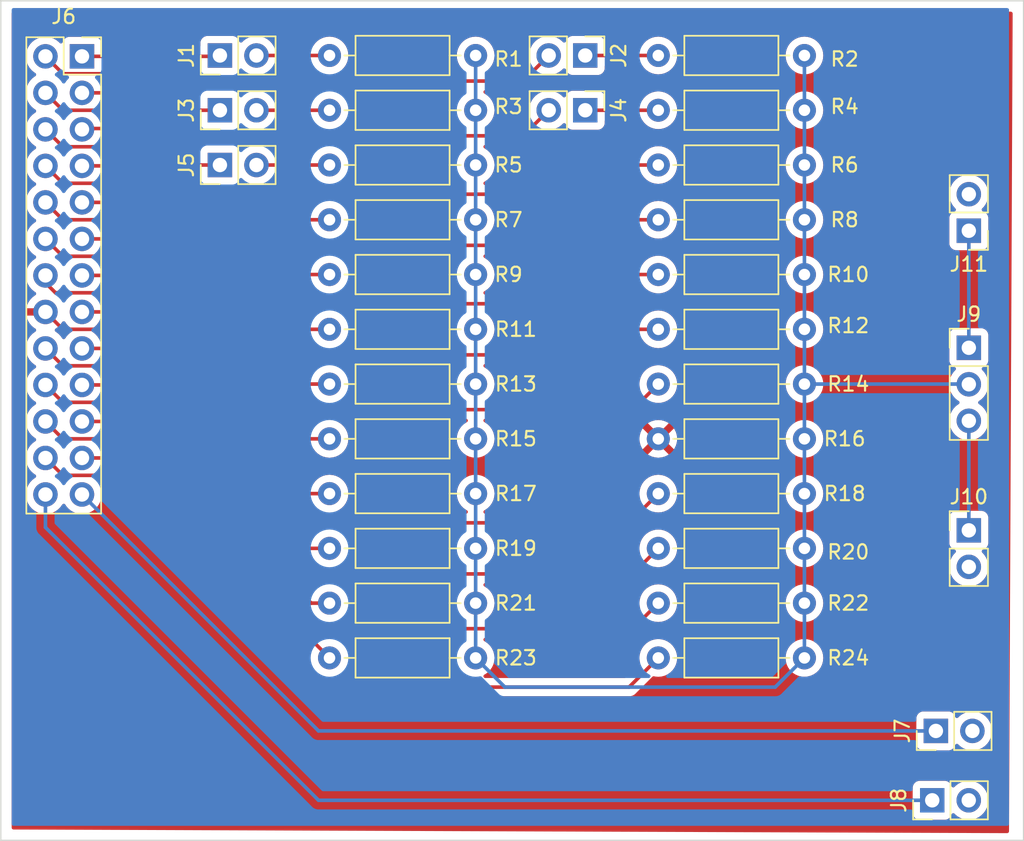
<source format=kicad_pcb>
(kicad_pcb (version 20211014) (generator pcbnew)
  (layers (0 "F.Cu" signal) (31 "B.Cu" signal) (34 "B.Paste" user) (35 "F.Paste" user) (36 "B.SilkS" user "B.Silkscreen") (37 "F.SilkS" user "F.Silkscreen") (38 "B.Mask" user) (39 "F.Mask" user) (44 "Edge.Cuts" user))
  (net 0 "")
  (net 1 "Net-(J1-Pad1)")
  (net 2 "Net-(J1-Pad2)")
  (net 3 "Net-(J2-Pad1)")
  (net 4 "Net-(J2-Pad2)")
  (net 5 "Net-(J3-Pad1)")
  (net 6 "Net-(J6-Pad6)")
  (net 7 "Net-(J6-Pad7)")
  (net 8 "Net-(J6-Pad8)")
  (net 9 "Net-(J6-Pad9)")
  (net 10 "Net-(J6-Pad10)")
  (net 11 "Net-(J6-Pad11)")
  (net 12 "Net-(J6-Pad12)")
  (net 13 "Net-(J6-Pad13)")
  (net 14 "Net-(J6-Pad14)")
  (net 15 "Net-(J6-Pad15)")
  (net 16 "Net-(J6-Pad16)")
  (net 17 "Net-(J6-Pad17)")
  (net 18 "Net-(J6-Pad18)")
  (net 19 "Net-(J6-Pad19)")
  (net 20 "Net-(J6-Pad20)")
  (net 21 "Net-(J6-Pad21)")
  (net 22 "Net-(J6-Pad22)")
  (net 23 "Net-(J6-Pad23)")
  (net 24 "Net-(J6-Pad24)")
  (net 25 "Net-(J6-Pad25)")
  (net 26 "Net-(J6-Pad26)")
  (net 29 "Net-(J3-Pad2)")
  (net 30 "Net-(J4-Pad1)")
  (net 31 "Net-(J4-Pad2)")
  (net 34 "Net-(J5-Pad1)")
  (net 35 "Net-(J5-Pad2)")
  (net 36 "Net-(J11-Pad1)")
  (net 37 "Net-(J9-Pad2)")
  (net 38 "Net-(J10-Pad1)")
  (footprint "Resistor_THT:R_Axial_DIN0207_L6.3mm_D2.5mm_P10.16mm_Horizontal" (layer "F.Cu") (at 137.16 97.79)
    (fp_text reference "R17" (at 12.954 0) (layer "F.SilkS"))
    (fp_text value "")
    (fp_line (start 9.12 0) (end 8.35 0) (layer "F.SilkS") (width 0.12))
    (fp_line (start 1.81 -1.37) (end 1.81 1.37) (layer "F.SilkS") (width 0.12))
    (fp_line (start 8.35 1.37) (end 8.35 -1.37) (layer "F.SilkS") (width 0.12))
    (fp_line (start 1.81 1.37) (end 8.35 1.37) (layer "F.SilkS") (width 0.12))
    (fp_line (start 8.35 -1.37) (end 1.81 -1.37) (layer "F.SilkS") (width 0.12))
    (fp_line (start 1.04 0) (end 1.81 0) (layer "F.SilkS") (width 0.12))
    (pad "1" thru_hole circle (at 0 0) (size 1.6 1.6) (drill 0.8) (layers *.Cu *.Mask) (net 17 "Net-(J6-Pad17)"))
    (pad "2" thru_hole oval (at 10.16 0) (size 1.6 1.6) (drill 0.8) (layers *.Cu *.Mask) (net 37 "Net-(J9-Pad2)"))
  )
  (footprint "Resistor_THT:R_Axial_DIN0207_L6.3mm_D2.5mm_P10.16mm_Horizontal" (layer "F.Cu") (at 137.16 101.6)
    (fp_text reference "R19" (at 12.954 0) (layer "F.SilkS"))
    (fp_text value "")
    (fp_line (start 1.81 -1.37) (end 1.81 1.37) (layer "F.SilkS") (width 0.12))
    (fp_line (start 8.35 1.37) (end 8.35 -1.37) (layer "F.SilkS") (width 0.12))
    (fp_line (start 1.04 0) (end 1.81 0) (layer "F.SilkS") (width 0.12))
    (fp_line (start 1.81 1.37) (end 8.35 1.37) (layer "F.SilkS") (width 0.12))
    (fp_line (start 8.35 -1.37) (end 1.81 -1.37) (layer "F.SilkS") (width 0.12))
    (fp_line (start 9.12 0) (end 8.35 0) (layer "F.SilkS") (width 0.12))
    (pad "1" thru_hole circle (at 0 0) (size 1.6 1.6) (drill 0.8) (layers *.Cu *.Mask) (net 19 "Net-(J6-Pad19)"))
    (pad "2" thru_hole oval (at 10.16 0) (size 1.6 1.6) (drill 0.8) (layers *.Cu *.Mask) (net 37 "Net-(J9-Pad2)"))
  )
  (footprint "Resistor_THT:R_Axial_DIN0207_L6.3mm_D2.5mm_P10.16mm_Horizontal" (layer "F.Cu") (at 137.16 82.55)
    (fp_text reference "R9" (at 12.446 0) (layer "F.SilkS"))
    (fp_text value "")
    (fp_line (start 8.35 -1.37) (end 1.81 -1.37) (layer "F.SilkS") (width 0.12))
    (fp_line (start 1.81 1.37) (end 8.35 1.37) (layer "F.SilkS") (width 0.12))
    (fp_line (start 9.12 0) (end 8.35 0) (layer "F.SilkS") (width 0.12))
    (fp_line (start 1.04 0) (end 1.81 0) (layer "F.SilkS") (width 0.12))
    (fp_line (start 8.35 1.37) (end 8.35 -1.37) (layer "F.SilkS") (width 0.12))
    (fp_line (start 1.81 -1.37) (end 1.81 1.37) (layer "F.SilkS") (width 0.12))
    (pad "1" thru_hole circle (at 0 0) (size 1.6 1.6) (drill 0.8) (layers *.Cu *.Mask) (net 9 "Net-(J6-Pad9)"))
    (pad "2" thru_hole oval (at 10.16 0) (size 1.6 1.6) (drill 0.8) (layers *.Cu *.Mask) (net 37 "Net-(J9-Pad2)"))
  )
  (footprint "Resistor_THT:R_Axial_DIN0207_L6.3mm_D2.5mm_P10.16mm_Horizontal" (layer "F.Cu") (at 160.02 90.17)
    (fp_text reference "R14" (at 13.208 0) (layer "F.SilkS"))
    (fp_text value "")
    (fp_line (start 1.04 0) (end 1.81 0) (layer "F.SilkS") (width 0.12))
    (fp_line (start 9.12 0) (end 8.35 0) (layer "F.SilkS") (width 0.12))
    (fp_line (start 8.35 1.37) (end 8.35 -1.37) (layer "F.SilkS") (width 0.12))
    (fp_line (start 1.81 -1.37) (end 1.81 1.37) (layer "F.SilkS") (width 0.12))
    (fp_line (start 8.35 -1.37) (end 1.81 -1.37) (layer "F.SilkS") (width 0.12))
    (fp_line (start 1.81 1.37) (end 8.35 1.37) (layer "F.SilkS") (width 0.12))
    (pad "1" thru_hole circle (at 0 0) (size 1.6 1.6) (drill 0.8) (layers *.Cu *.Mask) (net 14 "Net-(J6-Pad14)"))
    (pad "2" thru_hole oval (at 10.16 0) (size 1.6 1.6) (drill 0.8) (layers *.Cu *.Mask) (net 37 "Net-(J9-Pad2)"))
  )
  (footprint "Resistor_THT:R_Axial_DIN0207_L6.3mm_D2.5mm_P10.16mm_Horizontal" (layer "F.Cu") (at 160.02 78.74)
    (fp_text reference "R8" (at 12.954 0) (layer "F.SilkS"))
    (fp_text value "")
    (fp_line (start 8.35 -1.37) (end 1.81 -1.37) (layer "F.SilkS") (width 0.12))
    (fp_line (start 1.04 0) (end 1.81 0) (layer "F.SilkS") (width 0.12))
    (fp_line (start 1.81 1.37) (end 8.35 1.37) (layer "F.SilkS") (width 0.12))
    (fp_line (start 8.35 1.37) (end 8.35 -1.37) (layer "F.SilkS") (width 0.12))
    (fp_line (start 9.12 0) (end 8.35 0) (layer "F.SilkS") (width 0.12))
    (fp_line (start 1.81 -1.37) (end 1.81 1.37) (layer "F.SilkS") (width 0.12))
    (pad "1" thru_hole circle (at 0 0) (size 1.6 1.6) (drill 0.8) (layers *.Cu *.Mask) (net 8 "Net-(J6-Pad8)"))
    (pad "2" thru_hole oval (at 10.16 0) (size 1.6 1.6) (drill 0.8) (layers *.Cu *.Mask) (net 37 "Net-(J9-Pad2)"))
  )
  (footprint "Resistor_THT:R_Axial_DIN0207_L6.3mm_D2.5mm_P10.16mm_Horizontal" (layer "F.Cu") (at 137.16 109.22)
    (fp_text reference "R23" (at 12.954 0) (layer "F.SilkS"))
    (fp_text value "")
    (fp_line (start 9.12 0) (end 8.35 0) (layer "F.SilkS") (width 0.12))
    (fp_line (start 8.35 1.37) (end 8.35 -1.37) (layer "F.SilkS") (width 0.12))
    (fp_line (start 1.04 0) (end 1.81 0) (layer "F.SilkS") (width 0.12))
    (fp_line (start 1.81 -1.37) (end 1.81 1.37) (layer "F.SilkS") (width 0.12))
    (fp_line (start 8.35 -1.37) (end 1.81 -1.37) (layer "F.SilkS") (width 0.12))
    (fp_line (start 1.81 1.37) (end 8.35 1.37) (layer "F.SilkS") (width 0.12))
    (pad "1" thru_hole circle (at 0 0) (size 1.6 1.6) (drill 0.8) (layers *.Cu *.Mask) (net 23 "Net-(J6-Pad23)"))
    (pad "2" thru_hole oval (at 10.16 0) (size 1.6 1.6) (drill 0.8) (layers *.Cu *.Mask) (net 37 "Net-(J9-Pad2)"))
  )
  (footprint "Resistor_THT:R_Axial_DIN0207_L6.3mm_D2.5mm_P10.16mm_Horizontal" (layer "F.Cu") (at 160.02 101.6)
    (fp_text reference "R20" (at 13.208 0.254) (layer "F.SilkS"))
    (fp_text value "")
    (fp_line (start 1.81 1.37) (end 8.35 1.37) (layer "F.SilkS") (width 0.12))
    (fp_line (start 1.04 0) (end 1.81 0) (layer "F.SilkS") (width 0.12))
    (fp_line (start 8.35 -1.37) (end 1.81 -1.37) (layer "F.SilkS") (width 0.12))
    (fp_line (start 9.12 0) (end 8.35 0) (layer "F.SilkS") (width 0.12))
    (fp_line (start 8.35 1.37) (end 8.35 -1.37) (layer "F.SilkS") (width 0.12))
    (fp_line (start 1.81 -1.37) (end 1.81 1.37) (layer "F.SilkS") (width 0.12))
    (pad "1" thru_hole circle (at 0 0) (size 1.6 1.6) (drill 0.8) (layers *.Cu *.Mask) (net 20 "Net-(J6-Pad20)"))
    (pad "2" thru_hole oval (at 10.16 0) (size 1.6 1.6) (drill 0.8) (layers *.Cu *.Mask) (net 37 "Net-(J9-Pad2)"))
  )
  (footprint "Resistor_THT:R_Axial_DIN0207_L6.3mm_D2.5mm_P10.16mm_Horizontal" (layer "F.Cu") (at 160.02 67.31)
    (fp_text reference "R2" (at 12.954 0.254) (layer "F.SilkS"))
    (fp_text value "")
    (fp_line (start 9.12 0) (end 8.35 0) (layer "F.SilkS") (width 0.12))
    (fp_line (start 1.81 1.37) (end 8.35 1.37) (layer "F.SilkS") (width 0.12))
    (fp_line (start 8.35 -1.37) (end 1.81 -1.37) (layer "F.SilkS") (width 0.12))
    (fp_line (start 1.81 -1.37) (end 1.81 1.37) (layer "F.SilkS") (width 0.12))
    (fp_line (start 8.35 1.37) (end 8.35 -1.37) (layer "F.SilkS") (width 0.12))
    (fp_line (start 1.04 0) (end 1.81 0) (layer "F.SilkS") (width 0.12))
    (pad "1" thru_hole circle (at 0 0) (size 1.6 1.6) (drill 0.8) (layers *.Cu *.Mask) (net 3 "Net-(J2-Pad1)"))
    (pad "2" thru_hole oval (at 10.16 0) (size 1.6 1.6) (drill 0.8) (layers *.Cu *.Mask) (net 37 "Net-(J9-Pad2)"))
  )
  (footprint "Connector_PinSocket_2.54mm:PinSocket_2x13_P2.54mm_Vertical" (layer "F.Cu") (at 119.95 67.37)
    (fp_text reference "J6" (at -1.27 -2.77) (layer "F.SilkS"))
    (fp_text value "")
    (fp_line (start -3.87 -1.33) (end -1.27 -1.33) (layer "F.SilkS") (width 0.12))
    (fp_line (start 1.33 -1.33) (end 1.33 0) (layer "F.SilkS") (width 0.12))
    (fp_line (start -1.27 -1.33) (end -1.27 1.27) (layer "F.SilkS") (width 0.12))
    (fp_line (start 0 -1.33) (end 1.33 -1.33) (layer "F.SilkS") (width 0.12))
    (fp_line (start 1.33 1.27) (end 1.33 31.81) (layer "F.SilkS") (width 0.12))
    (fp_line (start -3.87 -1.33) (end -3.87 31.81) (layer "F.SilkS") (width 0.12))
    (fp_line (start -1.27 1.27) (end 1.33 1.27) (layer "F.SilkS") (width 0.12))
    (fp_line (start -3.87 31.81) (end 1.33 31.81) (layer "F.SilkS") (width 0.12))
    (pad "1" thru_hole rect (at 0 0) (size 1.7 1.7) (drill 1) (layers *.Cu *.Mask) (net 1 "Net-(J1-Pad1)"))
    (pad "2" thru_hole oval (at -2.54 0) (size 1.7 1.7) (drill 1) (layers *.Cu *.Mask) (net 4 "Net-(J2-Pad2)"))
    (pad "3" thru_hole oval (at 0 2.54) (size 1.7 1.7) (drill 1) (layers *.Cu *.Mask) (net 5 "Net-(J3-Pad1)"))
    (pad "4" thru_hole oval (at -2.54 2.54) (size 1.7 1.7) (drill 1) (layers *.Cu *.Mask) (net 31 "Net-(J4-Pad2)"))
    (pad "5" thru_hole oval (at 0 5.08) (size 1.7 1.7) (drill 1) (layers *.Cu *.Mask) (net 34 "Net-(J5-Pad1)"))
    (pad "6" thru_hole oval (at -2.54 5.08) (size 1.7 1.7) (drill 1) (layers *.Cu *.Mask) (net 6 "Net-(J6-Pad6)"))
    (pad "7" thru_hole oval (at 0 7.62) (size 1.7 1.7) (drill 1) (layers *.Cu *.Mask) (net 7 "Net-(J6-Pad7)"))
    (pad "8" thru_hole oval (at -2.54 7.62) (size 1.7 1.7) (drill 1) (layers *.Cu *.Mask) (net 8 "Net-(J6-Pad8)"))
    (pad "9" thru_hole oval (at 0 10.16) (size 1.7 1.7) (drill 1) (layers *.Cu *.Mask) (net 9 "Net-(J6-Pad9)"))
    (pad "10" thru_hole oval (at -2.54 10.16) (size 1.7 1.7) (drill 1) (layers *.Cu *.Mask) (net 10 "Net-(J6-Pad10)"))
    (pad "11" thru_hole oval (at 0 12.7) (size 1.7 1.7) (drill 1) (layers *.Cu *.Mask) (net 11 "Net-(J6-Pad11)"))
    (pad "12" thru_hole oval (at -2.54 12.7) (size 1.7 1.7) (drill 1) (layers *.Cu *.Mask) (net 12 "Net-(J6-Pad12)"))
    (pad "13" thru_hole oval (at 0 15.24) (size 1.7 1.7) (drill 1) (layers *.Cu *.Mask) (net 13 "Net-(J6-Pad13)"))
    (pad "14" thru_hole oval (at -2.54 15.24) (size 1.7 1.7) (drill 1) (layers *.Cu *.Mask) (net 14 "Net-(J6-Pad14)"))
    (pad "15" thru_hole oval (at 0 17.78) (size 1.7 1.7) (drill 1) (layers *.Cu *.Mask) (net 15 "Net-(J6-Pad15)"))
    (pad "16" thru_hole oval (at -2.54 17.78) (size 1.7 1.7) (drill 1) (layers *.Cu *.Mask) (net 16 "Net-(J6-Pad16)"))
    (pad "17" thru_hole oval (at 0 20.32) (size 1.7 1.7) (drill 1) (layers *.Cu *.Mask) (net 17 "Net-(J6-Pad17)"))
    (pad "18" thru_hole oval (at -2.54 20.32) (size 1.7 1.7) (drill 1) (layers *.Cu *.Mask) (net 18 "Net-(J6-Pad18)"))
    (pad "19" thru_hole oval (at 0 22.86) (size 1.7 1.7) (drill 1) (layers *.Cu *.Mask) (net 19 "Net-(J6-Pad19)"))
    (pad "20" thru_hole oval (at -2.54 22.86) (size 1.7 1.7) (drill 1) (layers *.Cu *.Mask) (net 20 "Net-(J6-Pad20)"))
    (pad "21" thru_hole oval (at 0 25.4) (size 1.7 1.7) (drill 1) (layers *.Cu *.Mask) (net 21 "Net-(J6-Pad21)"))
    (pad "22" thru_hole oval (at -2.54 25.4) (size 1.7 1.7) (drill 1) (layers *.Cu *.Mask) (net 22 "Net-(J6-Pad22)"))
    (pad "23" thru_hole oval (at 0 27.94) (size 1.7 1.7) (drill 1) (layers *.Cu *.Mask) (net 23 "Net-(J6-Pad23)"))
    (pad "24" thru_hole oval (at -2.54 27.94) (size 1.7 1.7) (drill 1) (layers *.Cu *.Mask) (net 24 "Net-(J6-Pad24)"))
    (pad "25" thru_hole oval (at 0 30.48) (size 1.7 1.7) (drill 1) (layers *.Cu *.Mask) (net 25 "Net-(J6-Pad25)"))
    (pad "26" thru_hole oval (at -2.54 30.48) (size 1.7 1.7) (drill 1) (layers *.Cu *.Mask) (net 26 "Net-(J6-Pad26)"))
  )
  (footprint "Resistor_THT:R_Axial_DIN0207_L6.3mm_D2.5mm_P10.16mm_Horizontal" (layer "F.Cu") (at 160.02 109.22)
    (fp_text reference "R24" (at 13.208 0) (layer "F.SilkS"))
    (fp_text value "")
    (fp_line (start 1.81 -1.37) (end 1.81 1.37) (layer "F.SilkS") (width 0.12))
    (fp_line (start 8.35 1.37) (end 8.35 -1.37) (layer "F.SilkS") (width 0.12))
    (fp_line (start 9.12 0) (end 8.35 0) (layer "F.SilkS") (width 0.12))
    (fp_line (start 1.81 1.37) (end 8.35 1.37) (layer "F.SilkS") (width 0.12))
    (fp_line (start 8.35 -1.37) (end 1.81 -1.37) (layer "F.SilkS") (width 0.12))
    (fp_line (start 1.04 0) (end 1.81 0) (layer "F.SilkS") (width 0.12))
    (pad "1" thru_hole circle (at 0 0) (size 1.6 1.6) (drill 0.8) (layers *.Cu *.Mask) (net 24 "Net-(J6-Pad24)"))
    (pad "2" thru_hole oval (at 10.16 0) (size 1.6 1.6) (drill 0.8) (layers *.Cu *.Mask) (net 37 "Net-(J9-Pad2)"))
  )
  (footprint "Resistor_THT:R_Axial_DIN0207_L6.3mm_D2.5mm_P10.16mm_Horizontal" (layer "F.Cu") (at 137.16 78.74)
    (fp_text reference "R7" (at 12.446 0) (layer "F.SilkS"))
    (fp_text value "")
    (fp_line (start 1.81 -1.37) (end 1.81 1.37) (layer "F.SilkS") (width 0.12))
    (fp_line (start 9.12 0) (end 8.35 0) (layer "F.SilkS") (width 0.12))
    (fp_line (start 8.35 -1.37) (end 1.81 -1.37) (layer "F.SilkS") (width 0.12))
    (fp_line (start 1.04 0) (end 1.81 0) (layer "F.SilkS") (width 0.12))
    (fp_line (start 8.35 1.37) (end 8.35 -1.37) (layer "F.SilkS") (width 0.12))
    (fp_line (start 1.81 1.37) (end 8.35 1.37) (layer "F.SilkS") (width 0.12))
    (pad "1" thru_hole circle (at 0 0) (size 1.6 1.6) (drill 0.8) (layers *.Cu *.Mask) (net 7 "Net-(J6-Pad7)"))
    (pad "2" thru_hole oval (at 10.16 0) (size 1.6 1.6) (drill 0.8) (layers *.Cu *.Mask) (net 37 "Net-(J9-Pad2)"))
  )
  (footprint "Connector_PinHeader_2.54mm:PinHeader_1x02_P2.54mm_Vertical" (layer "F.Cu") (at 129.54 74.93 90)
    (fp_text reference "J5" (at 0 -2.33 90) (layer "F.SilkS"))
    (fp_text value "")
    (fp_line (start -1.33 1.27) (end -1.33 3.87) (layer "F.SilkS") (width 0.12))
    (fp_line (start -1.33 0) (end -1.33 -1.33) (layer "F.SilkS") (width 0.12))
    (fp_line (start -1.33 3.87) (end 1.33 3.87) (layer "F.SilkS") (width 0.12))
    (fp_line (start 1.33 1.27) (end 1.33 3.87) (layer "F.SilkS") (width 0.12))
    (fp_line (start -1.33 1.27) (end 1.33 1.27) (layer "F.SilkS") (width 0.12))
    (fp_line (start -1.33 -1.33) (end 0 -1.33) (layer "F.SilkS") (width 0.12))
    (pad "1" thru_hole rect (at 0 0 90) (size 1.7 1.7) (drill 1) (layers *.Cu *.Mask) (net 34 "Net-(J5-Pad1)"))
    (pad "2" thru_hole oval (at 0 2.54 90) (size 1.7 1.7) (drill 1) (layers *.Cu *.Mask) (net 35 "Net-(J5-Pad2)"))
  )
  (footprint "Connector_PinHeader_2.54mm:PinHeader_1x02_P2.54mm_Vertical" (layer "F.Cu") (at 129.54 71.12 90)
    (fp_text reference "J3" (at 0 -2.33 90) (layer "F.SilkS"))
    (fp_text value "")
    (fp_line (start -1.33 0) (end -1.33 -1.33) (layer "F.SilkS") (width 0.12))
    (fp_line (start -1.33 1.27) (end 1.33 1.27) (layer "F.SilkS") (width 0.12))
    (fp_line (start -1.33 3.87) (end 1.33 3.87) (layer "F.SilkS") (width 0.12))
    (fp_line (start -1.33 1.27) (end -1.33 3.87) (layer "F.SilkS") (width 0.12))
    (fp_line (start -1.33 -1.33) (end 0 -1.33) (layer "F.SilkS") (width 0.12))
    (fp_line (start 1.33 1.27) (end 1.33 3.87) (layer "F.SilkS") (width 0.12))
    (pad "1" thru_hole rect (at 0 0 90) (size 1.7 1.7) (drill 1) (layers *.Cu *.Mask) (net 5 "Net-(J3-Pad1)"))
    (pad "2" thru_hole oval (at 0 2.54 90) (size 1.7 1.7) (drill 1) (layers *.Cu *.Mask) (net 29 "Net-(J3-Pad2)"))
  )
  (footprint "Resistor_THT:R_Axial_DIN0207_L6.3mm_D2.5mm_P10.16mm_Horizontal" (layer "F.Cu") (at 137.16 105.41)
    (fp_text reference "R21" (at 12.954 0) (layer "F.SilkS"))
    (fp_text value "")
    (fp_line (start 1.81 -1.37) (end 1.81 1.37) (layer "F.SilkS") (width 0.12))
    (fp_line (start 8.35 -1.37) (end 1.81 -1.37) (layer "F.SilkS") (width 0.12))
    (fp_line (start 8.35 1.37) (end 8.35 -1.37) (layer "F.SilkS") (width 0.12))
    (fp_line (start 9.12 0) (end 8.35 0) (layer "F.SilkS") (width 0.12))
    (fp_line (start 1.81 1.37) (end 8.35 1.37) (layer "F.SilkS") (width 0.12))
    (fp_line (start 1.04 0) (end 1.81 0) (layer "F.SilkS") (width 0.12))
    (pad "1" thru_hole circle (at 0 0) (size 1.6 1.6) (drill 0.8) (layers *.Cu *.Mask) (net 21 "Net-(J6-Pad21)"))
    (pad "2" thru_hole oval (at 10.16 0) (size 1.6 1.6) (drill 0.8) (layers *.Cu *.Mask) (net 37 "Net-(J9-Pad2)"))
  )
  (footprint "Resistor_THT:R_Axial_DIN0207_L6.3mm_D2.5mm_P10.16mm_Horizontal" (layer "F.Cu") (at 137.16 86.36)
    (fp_text reference "R11" (at 12.954 0) (layer "F.SilkS"))
    (fp_text value "")
    (fp_line (start 8.35 -1.37) (end 1.81 -1.37) (layer "F.SilkS") (width 0.12))
    (fp_line (start 9.12 0) (end 8.35 0) (layer "F.SilkS") (width 0.12))
    (fp_line (start 1.04 0) (end 1.81 0) (layer "F.SilkS") (width 0.12))
    (fp_line (start 1.81 -1.37) (end 1.81 1.37) (layer "F.SilkS") (width 0.12))
    (fp_line (start 8.35 1.37) (end 8.35 -1.37) (layer "F.SilkS") (width 0.12))
    (fp_line (start 1.81 1.37) (end 8.35 1.37) (layer "F.SilkS") (width 0.12))
    (pad "1" thru_hole circle (at 0 0) (size 1.6 1.6) (drill 0.8) (layers *.Cu *.Mask) (net 11 "Net-(J6-Pad11)"))
    (pad "2" thru_hole oval (at 10.16 0) (size 1.6 1.6) (drill 0.8) (layers *.Cu *.Mask) (net 37 "Net-(J9-Pad2)"))
  )
  (footprint "Connector_PinHeader_2.54mm:PinHeader_1x02_P2.54mm_Vertical" (layer "F.Cu") (at 179.319 114.3 90)
    (fp_text reference "J7" (at 0 -2.33 90) (layer "F.SilkS"))
    (fp_text value "")
    (fp_line (start -1.33 1.27) (end -1.33 3.87) (layer "F.SilkS") (width 0.12))
    (fp_line (start -1.33 -1.33) (end 0 -1.33) (layer "F.SilkS") (width 0.12))
    (fp_line (start 1.33 1.27) (end 1.33 3.87) (layer "F.SilkS") (width 0.12))
    (fp_line (start -1.33 1.27) (end 1.33 1.27) (layer "F.SilkS") (width 0.12))
    (fp_line (start -1.33 3.87) (end 1.33 3.87) (layer "F.SilkS") (width 0.12))
    (fp_line (start -1.33 0) (end -1.33 -1.33) (layer "F.SilkS") (width 0.12))
    (pad "1" thru_hole rect (at 0 0 90) (size 1.7 1.7) (drill 1) (layers *.Cu *.Mask) (net 25 "Net-(J6-Pad25)"))
    (pad "2" thru_hole oval (at 0 2.54 90) (size 1.7 1.7) (drill 1) (layers *.Cu *.Mask))
  )
  (footprint "Resistor_THT:R_Axial_DIN0207_L6.3mm_D2.5mm_P10.16mm_Horizontal" (layer "F.Cu") (at 137.16 71.12)
    (fp_text reference "R3" (at 12.446 -0.254) (layer "F.SilkS"))
    (fp_text value "")
    (fp_line (start 8.35 1.37) (end 8.35 -1.37) (layer "F.SilkS") (width 0.12))
    (fp_line (start 9.12 0) (end 8.35 0) (layer "F.SilkS") (width 0.12))
    (fp_line (start 1.81 1.37) (end 8.35 1.37) (layer "F.SilkS") (width 0.12))
    (fp_line (start 8.35 -1.37) (end 1.81 -1.37) (layer "F.SilkS") (width 0.12))
    (fp_line (start 1.81 -1.37) (end 1.81 1.37) (layer "F.SilkS") (width 0.12))
    (fp_line (start 1.04 0) (end 1.81 0) (layer "F.SilkS") (width 0.12))
    (pad "1" thru_hole circle (at 0 0) (size 1.6 1.6) (drill 0.8) (layers *.Cu *.Mask) (net 29 "Net-(J3-Pad2)"))
    (pad "2" thru_hole oval (at 10.16 0) (size 1.6 1.6) (drill 0.8) (layers *.Cu *.Mask) (net 37 "Net-(J9-Pad2)"))
  )
  (footprint "Connector_PinHeader_2.54mm:PinHeader_1x02_P2.54mm_Vertical" (layer "F.Cu") (at 179.065 119.126 90)
    (fp_text reference "J8" (at 0 -2.33 90) (layer "F.SilkS"))
    (fp_text value "")
    (fp_line (start -1.33 0) (end -1.33 -1.33) (layer "F.SilkS") (width 0.12))
    (fp_line (start -1.33 1.27) (end -1.33 3.87) (layer "F.SilkS") (width 0.12))
    (fp_line (start -1.33 1.27) (end 1.33 1.27) (layer "F.SilkS") (width 0.12))
    (fp_line (start -1.33 3.87) (end 1.33 3.87) (layer "F.SilkS") (width 0.12))
    (fp_line (start 1.33 1.27) (end 1.33 3.87) (layer "F.SilkS") (width 0.12))
    (fp_line (start -1.33 -1.33) (end 0 -1.33) (layer "F.SilkS") (width 0.12))
    (pad "1" thru_hole rect (at 0 0 90) (size 1.7 1.7) (drill 1) (layers *.Cu *.Mask) (net 26 "Net-(J6-Pad26)"))
    (pad "2" thru_hole oval (at 0 2.54 90) (size 1.7 1.7) (drill 1) (layers *.Cu *.Mask))
  )
  (footprint "Resistor_THT:R_Axial_DIN0207_L6.3mm_D2.5mm_P10.16mm_Horizontal" (layer "F.Cu") (at 160.02 74.93)
    (fp_text reference "R6" (at 12.954 0) (layer "F.SilkS"))
    (fp_text value "")
    (fp_line (start 9.12 0) (end 8.35 0) (layer "F.SilkS") (width 0.12))
    (fp_line (start 1.04 0) (end 1.81 0) (layer "F.SilkS") (width 0.12))
    (fp_line (start 8.35 -1.37) (end 1.81 -1.37) (layer "F.SilkS") (width 0.12))
    (fp_line (start 1.81 -1.37) (end 1.81 1.37) (layer "F.SilkS") (width 0.12))
    (fp_line (start 8.35 1.37) (end 8.35 -1.37) (layer "F.SilkS") (width 0.12))
    (fp_line (start 1.81 1.37) (end 8.35 1.37) (layer "F.SilkS") (width 0.12))
    (pad "1" thru_hole circle (at 0 0) (size 1.6 1.6) (drill 0.8) (layers *.Cu *.Mask) (net 6 "Net-(J6-Pad6)"))
    (pad "2" thru_hole oval (at 10.16 0) (size 1.6 1.6) (drill 0.8) (layers *.Cu *.Mask) (net 37 "Net-(J9-Pad2)"))
  )
  (footprint "Resistor_THT:R_Axial_DIN0207_L6.3mm_D2.5mm_P10.16mm_Horizontal" (layer "F.Cu") (at 160.02 93.98)
    (fp_text reference "R16" (at 12.954 0) (layer "F.SilkS"))
    (fp_text value "")
    (fp_line (start 1.81 -1.37) (end 1.81 1.37) (layer "F.SilkS") (width 0.12))
    (fp_line (start 8.35 -1.37) (end 1.81 -1.37) (layer "F.SilkS") (width 0.12))
    (fp_line (start 1.04 0) (end 1.81 0) (layer "F.SilkS") (width 0.12))
    (fp_line (start 8.35 1.37) (end 8.35 -1.37) (layer "F.SilkS") (width 0.12))
    (fp_line (start 1.81 1.37) (end 8.35 1.37) (layer "F.SilkS") (width 0.12))
    (fp_line (start 9.12 0) (end 8.35 0) (layer "F.SilkS") (width 0.12))
    (pad "1" thru_hole circle (at 0 0) (size 1.6 1.6) (drill 0.8) (layers *.Cu *.Mask) (net 16 "Net-(J6-Pad16)"))
    (pad "2" thru_hole oval (at 10.16 0) (size 1.6 1.6) (drill 0.8) (layers *.Cu *.Mask) (net 37 "Net-(J9-Pad2)"))
  )
  (footprint "Resistor_THT:R_Axial_DIN0207_L6.3mm_D2.5mm_P10.16mm_Horizontal" (layer "F.Cu") (at 137.16 90.17)
    (fp_text reference "R13" (at 12.954 0) (layer "F.SilkS"))
    (fp_text value "")
    (fp_line (start 1.81 -1.37) (end 1.81 1.37) (layer "F.SilkS") (width 0.12))
    (fp_line (start 8.35 1.37) (end 8.35 -1.37) (layer "F.SilkS") (width 0.12))
    (fp_line (start 9.12 0) (end 8.35 0) (layer "F.SilkS") (width 0.12))
    (fp_line (start 1.04 0) (end 1.81 0) (layer "F.SilkS") (width 0.12))
    (fp_line (start 8.35 -1.37) (end 1.81 -1.37) (layer "F.SilkS") (width 0.12))
    (fp_line (start 1.81 1.37) (end 8.35 1.37) (layer "F.SilkS") (width 0.12))
    (pad "1" thru_hole circle (at 0 0) (size 1.6 1.6) (drill 0.8) (layers *.Cu *.Mask) (net 13 "Net-(J6-Pad13)"))
    (pad "2" thru_hole oval (at 10.16 0) (size 1.6 1.6) (drill 0.8) (layers *.Cu *.Mask) (net 37 "Net-(J9-Pad2)"))
  )
  (footprint "Resistor_THT:R_Axial_DIN0207_L6.3mm_D2.5mm_P10.16mm_Horizontal" (layer "F.Cu") (at 160.02 82.55)
    (fp_text reference "R10" (at 13.208 0) (layer "F.SilkS"))
    (fp_text value "")
    (fp_line (start 8.35 1.37) (end 8.35 -1.37) (layer "F.SilkS") (width 0.12))
    (fp_line (start 9.12 0) (end 8.35 0) (layer "F.SilkS") (width 0.12))
    (fp_line (start 1.81 -1.37) (end 1.81 1.37) (layer "F.SilkS") (width 0.12))
    (fp_line (start 1.04 0) (end 1.81 0) (layer "F.SilkS") (width 0.12))
    (fp_line (start 1.81 1.37) (end 8.35 1.37) (layer "F.SilkS") (width 0.12))
    (fp_line (start 8.35 -1.37) (end 1.81 -1.37) (layer "F.SilkS") (width 0.12))
    (pad "1" thru_hole circle (at 0 0) (size 1.6 1.6) (drill 0.8) (layers *.Cu *.Mask) (net 10 "Net-(J6-Pad10)"))
    (pad "2" thru_hole oval (at 10.16 0) (size 1.6 1.6) (drill 0.8) (layers *.Cu *.Mask) (net 37 "Net-(J9-Pad2)"))
  )
  (footprint "Resistor_THT:R_Axial_DIN0207_L6.3mm_D2.5mm_P10.16mm_Horizontal" (layer "F.Cu") (at 160.02 97.79)
    (fp_text reference "R18" (at 12.954 0) (layer "F.SilkS"))
    (fp_text value "")
    (fp_line (start 1.81 1.37) (end 8.35 1.37) (layer "F.SilkS") (width 0.12))
    (fp_line (start 8.35 -1.37) (end 1.81 -1.37) (layer "F.SilkS") (width 0.12))
    (fp_line (start 1.81 -1.37) (end 1.81 1.37) (layer "F.SilkS") (width 0.12))
    (fp_line (start 8.35 1.37) (end 8.35 -1.37) (layer "F.SilkS") (width 0.12))
    (fp_line (start 1.04 0) (end 1.81 0) (layer "F.SilkS") (width 0.12))
    (fp_line (start 9.12 0) (end 8.35 0) (layer "F.SilkS") (width 0.12))
    (pad "1" thru_hole circle (at 0 0) (size 1.6 1.6) (drill 0.8) (layers *.Cu *.Mask) (net 18 "Net-(J6-Pad18)"))
    (pad "2" thru_hole oval (at 10.16 0) (size 1.6 1.6) (drill 0.8) (layers *.Cu *.Mask) (net 37 "Net-(J9-Pad2)"))
  )
  (footprint "Resistor_THT:R_Axial_DIN0207_L6.3mm_D2.5mm_P10.16mm_Horizontal" (layer "F.Cu") (at 137.16 74.93)
    (fp_text reference "R5" (at 12.446 0) (layer "F.SilkS"))
    (fp_text value "")
    (fp_line (start 1.81 -1.37) (end 1.81 1.37) (layer "F.SilkS") (width 0.12))
    (fp_line (start 8.35 1.37) (end 8.35 -1.37) (layer "F.SilkS") (width 0.12))
    (fp_line (start 1.04 0) (end 1.81 0) (layer "F.SilkS") (width 0.12))
    (fp_line (start 8.35 -1.37) (end 1.81 -1.37) (layer "F.SilkS") (width 0.12))
    (fp_line (start 9.12 0) (end 8.35 0) (layer "F.SilkS") (width 0.12))
    (fp_line (start 1.81 1.37) (end 8.35 1.37) (layer "F.SilkS") (width 0.12))
    (pad "1" thru_hole circle (at 0 0) (size 1.6 1.6) (drill 0.8) (layers *.Cu *.Mask) (net 35 "Net-(J5-Pad2)"))
    (pad "2" thru_hole oval (at 10.16 0) (size 1.6 1.6) (drill 0.8) (layers *.Cu *.Mask) (net 37 "Net-(J9-Pad2)"))
  )
  (footprint "Connector_PinHeader_2.54mm:PinHeader_1x02_P2.54mm_Vertical" (layer "F.Cu") (at 154.94 71.12 -90)
    (fp_text reference "J4" (at 0 -2.33 90) (layer "F.SilkS"))
    (fp_text value "")
    (fp_line (start 1.33 1.27) (end 1.33 3.87) (layer "F.SilkS") (width 0.12))
    (fp_line (start -1.33 -1.33) (end 0 -1.33) (layer "F.SilkS") (width 0.12))
    (fp_line (start -1.33 1.27) (end 1.33 1.27) (layer "F.SilkS") (width 0.12))
    (fp_line (start -1.33 0) (end -1.33 -1.33) (layer "F.SilkS") (width 0.12))
    (fp_line (start -1.33 3.87) (end 1.33 3.87) (layer "F.SilkS") (width 0.12))
    (fp_line (start -1.33 1.27) (end -1.33 3.87) (layer "F.SilkS") (width 0.12))
    (pad "1" thru_hole rect (at 0 0 270) (size 1.7 1.7) (drill 1) (layers *.Cu *.Mask) (net 30 "Net-(J4-Pad1)"))
    (pad "2" thru_hole oval (at 0 2.54 270) (size 1.7 1.7) (drill 1) (layers *.Cu *.Mask) (net 31 "Net-(J4-Pad2)"))
  )
  (footprint "Resistor_THT:R_Axial_DIN0207_L6.3mm_D2.5mm_P10.16mm_Horizontal" (layer "F.Cu") (at 137.16 67.31)
    (fp_text reference "R1" (at 12.446 0.254) (layer "F.SilkS"))
    (fp_text value "")
    (fp_line (start 1.81 1.37) (end 8.35 1.37) (layer "F.SilkS") (width 0.12))
    (fp_line (start 8.35 -1.37) (end 1.81 -1.37) (layer "F.SilkS") (width 0.12))
    (fp_line (start 1.04 0) (end 1.81 0) (layer "F.SilkS") (width 0.12))
    (fp_line (start 9.12 0) (end 8.35 0) (layer "F.SilkS") (width 0.12))
    (fp_line (start 8.35 1.37) (end 8.35 -1.37) (layer "F.SilkS") (width 0.12))
    (fp_line (start 1.81 -1.37) (end 1.81 1.37) (layer "F.SilkS") (width 0.12))
    (pad "1" thru_hole circle (at 0 0) (size 1.6 1.6) (drill 0.8) (layers *.Cu *.Mask) (net 2 "Net-(J1-Pad2)"))
    (pad "2" thru_hole oval (at 10.16 0) (size 1.6 1.6) (drill 0.8) (layers *.Cu *.Mask) (net 37 "Net-(J9-Pad2)"))
  )
  (footprint "Resistor_THT:R_Axial_DIN0207_L6.3mm_D2.5mm_P10.16mm_Horizontal" (layer "F.Cu") (at 160.02 71.12)
    (fp_text reference "R4" (at 12.954 -0.254) (layer "F.SilkS"))
    (fp_text value "")
    (fp_line (start 1.81 1.37) (end 8.35 1.37) (layer "F.SilkS") (width 0.12))
    (fp_line (start 9.12 0) (end 8.35 0) (layer "F.SilkS") (width 0.12))
    (fp_line (start 1.81 -1.37) (end 1.81 1.37) (layer "F.SilkS") (width 0.12))
    (fp_line (start 1.04 0) (end 1.81 0) (layer "F.SilkS") (width 0.12))
    (fp_line (start 8.35 -1.37) (end 1.81 -1.37) (layer "F.SilkS") (width 0.12))
    (fp_line (start 8.35 1.37) (end 8.35 -1.37) (layer "F.SilkS") (width 0.12))
    (pad "1" thru_hole circle (at 0 0) (size 1.6 1.6) (drill 0.8) (layers *.Cu *.Mask) (net 30 "Net-(J4-Pad1)"))
    (pad "2" thru_hole oval (at 10.16 0) (size 1.6 1.6) (drill 0.8) (layers *.Cu *.Mask) (net 37 "Net-(J9-Pad2)"))
  )
  (footprint "Resistor_THT:R_Axial_DIN0207_L6.3mm_D2.5mm_P10.16mm_Horizontal" (layer "F.Cu") (at 137.16 93.98)
    (fp_text reference "R15" (at 12.954 0) (layer "F.SilkS"))
    (fp_text value "")
    (fp_line (start 1.81 -1.37) (end 1.81 1.37) (layer "F.SilkS") (width 0.12))
    (fp_line (start 1.04 0) (end 1.81 0) (layer "F.SilkS") (width 0.12))
    (fp_line (start 8.35 -1.37) (end 1.81 -1.37) (layer "F.SilkS") (width 0.12))
    (fp_line (start 9.12 0) (end 8.35 0) (layer "F.SilkS") (width 0.12))
    (fp_line (start 8.35 1.37) (end 8.35 -1.37) (layer "F.SilkS") (width 0.12))
    (fp_line (start 1.81 1.37) (end 8.35 1.37) (layer "F.SilkS") (width 0.12))
    (pad "1" thru_hole circle (at 0 0) (size 1.6 1.6) (drill 0.8) (layers *.Cu *.Mask) (net 15 "Net-(J6-Pad15)"))
    (pad "2" thru_hole oval (at 10.16 0) (size 1.6 1.6) (drill 0.8) (layers *.Cu *.Mask) (net 37 "Net-(J9-Pad2)"))
  )
  (footprint "Resistor_THT:R_Axial_DIN0207_L6.3mm_D2.5mm_P10.16mm_Horizontal" (layer "F.Cu") (at 160.02 86.36)
    (fp_text reference "R12" (at 13.208 -0.254) (layer "F.SilkS"))
    (fp_text value "")
    (fp_line (start 1.04 0) (end 1.81 0) (layer "F.SilkS") (width 0.12))
    (fp_line (start 9.12 0) (end 8.35 0) (layer "F.SilkS") (width 0.12))
    (fp_line (start 1.81 -1.37) (end 1.81 1.37) (layer "F.SilkS") (width 0.12))
    (fp_line (start 8.35 -1.37) (end 1.81 -1.37) (layer "F.SilkS") (width 0.12))
    (fp_line (start 1.81 1.37) (end 8.35 1.37) (layer "F.SilkS") (width 0.12))
    (fp_line (start 8.35 1.37) (end 8.35 -1.37) (layer "F.SilkS") (width 0.12))
    (pad "1" thru_hole circle (at 0 0) (size 1.6 1.6) (drill 0.8) (layers *.Cu *.Mask) (net 12 "Net-(J6-Pad12)"))
    (pad "2" thru_hole oval (at 10.16 0) (size 1.6 1.6) (drill 0.8) (layers *.Cu *.Mask) (net 37 "Net-(J9-Pad2)"))
  )
  (footprint "Resistor_THT:R_Axial_DIN0207_L6.3mm_D2.5mm_P10.16mm_Horizontal" (layer "F.Cu") (at 160.02 105.41)
    (fp_text reference "R22" (at 13.208 0) (layer "F.SilkS"))
    (fp_text value "")
    (fp_line (start 1.04 0) (end 1.81 0) (layer "F.SilkS") (width 0.12))
    (fp_line (start 1.81 1.37) (end 8.35 1.37) (layer "F.SilkS") (width 0.12))
    (fp_line (start 9.12 0) (end 8.35 0) (layer "F.SilkS") (width 0.12))
    (fp_line (start 1.81 -1.37) (end 1.81 1.37) (layer "F.SilkS") (width 0.12))
    (fp_line (start 8.35 1.37) (end 8.35 -1.37) (layer "F.SilkS") (width 0.12))
    (fp_line (start 8.35 -1.37) (end 1.81 -1.37) (layer "F.SilkS") (width 0.12))
    (pad "1" thru_hole circle (at 0 0) (size 1.6 1.6) (drill 0.8) (layers *.Cu *.Mask) (net 22 "Net-(J6-Pad22)"))
    (pad "2" thru_hole oval (at 10.16 0) (size 1.6 1.6) (drill 0.8) (layers *.Cu *.Mask) (net 37 "Net-(J9-Pad2)"))
  )
  (footprint "Connector_PinHeader_2.54mm:PinHeader_1x02_P2.54mm_Vertical" (layer "F.Cu") (at 181.61 100.345)
    (fp_text reference "J10" (at 0 -2.33) (layer "F.SilkS"))
    (fp_text value "")
    (fp_line (start 1.33 1.27) (end 1.33 3.87) (layer "F.SilkS") (width 0.12))
    (fp_line (start -1.33 1.27) (end -1.33 3.87) (layer "F.SilkS") (width 0.12))
    (fp_line (start -1.33 -1.33) (end 0 -1.33) (layer "F.SilkS") (width 0.12))
    (fp_line (start -1.33 3.87) (end 1.33 3.87) (layer "F.SilkS") (width 0.12))
    (fp_line (start -1.33 1.27) (end 1.33 1.27) (layer "F.SilkS") (width 0.12))
    (fp_line (start -1.33 0) (end -1.33 -1.33) (layer "F.SilkS") (width 0.12))
    (pad "1" thru_hole rect (at 0 0) (size 1.7 1.7) (drill 1) (layers *.Cu *.Mask) (net 38 "Net-(J10-Pad1)"))
    (pad "2" thru_hole oval (at 0 2.54) (size 1.7 1.7) (drill 1) (layers *.Cu *.Mask))
  )
  (footprint "Connector_PinHeader_2.54mm:PinHeader_1x03_P2.54mm_Vertical" (layer "F.Cu") (at 181.61 87.645)
    (fp_text reference "J9" (at 0 -2.33) (layer "F.SilkS"))
    (fp_text value "")
    (fp_line (start 1.33 1.27) (end 1.33 6.41) (layer "F.SilkS") (width 0.12))
    (fp_line (start -1.33 6.41) (end 1.33 6.41) (layer "F.SilkS") (width 0.12))
    (fp_line (start -1.33 1.27) (end -1.33 6.41) (layer "F.SilkS") (width 0.12))
    (fp_line (start -1.33 1.27) (end 1.33 1.27) (layer "F.SilkS") (width 0.12))
    (fp_line (start -1.33 -1.33) (end 0 -1.33) (layer "F.SilkS") (width 0.12))
    (fp_line (start -1.33 0) (end -1.33 -1.33) (layer "F.SilkS") (width 0.12))
    (pad "1" thru_hole rect (at 0 0) (size 1.7 1.7) (drill 1) (layers *.Cu *.Mask) (net 36 "Net-(J11-Pad1)"))
    (pad "2" thru_hole oval (at 0 2.54) (size 1.7 1.7) (drill 1) (layers *.Cu *.Mask) (net 37 "Net-(J9-Pad2)"))
    (pad "3" thru_hole oval (at 0 5.08) (size 1.7 1.7) (drill 1) (layers *.Cu *.Mask) (net 38 "Net-(J10-Pad1)"))
  )
  (footprint "Connector_PinHeader_2.54mm:PinHeader_1x02_P2.54mm_Vertical" (layer "F.Cu") (at 181.61 79.502 180)
    (fp_text reference "J11" (at 0 -2.33) (layer "F.SilkS"))
    (fp_text value "")
    (fp_line (start -1.33 0) (end -1.33 -1.33) (layer "F.SilkS") (width 0.12))
    (fp_line (start -1.33 1.27) (end -1.33 3.87) (layer "F.SilkS") (width 0.12))
    (fp_line (start -1.33 1.27) (end 1.33 1.27) (layer "F.SilkS") (width 0.12))
    (fp_line (start 1.33 1.27) (end 1.33 3.87) (layer "F.SilkS") (width 0.12))
    (fp_line (start -1.33 -1.33) (end 0 -1.33) (layer "F.SilkS") (width 0.12))
    (fp_line (start -1.33 3.87) (end 1.33 3.87) (layer "F.SilkS") (width 0.12))
    (pad "1" thru_hole rect (at 0 0 180) (size 1.7 1.7) (drill 1) (layers *.Cu *.Mask) (net 36 "Net-(J11-Pad1)"))
    (pad "2" thru_hole oval (at 0 2.54 180) (size 1.7 1.7) (drill 1) (layers *.Cu *.Mask))
  )
  (footprint "Connector_PinHeader_2.54mm:PinHeader_1x02_P2.54mm_Vertical" (layer "F.Cu") (at 129.54 67.31 90)
    (fp_text reference "J1" (at 0 -2.33 90) (layer "F.SilkS"))
    (fp_text value "")
    (fp_line (start 1.33 1.27) (end 1.33 3.87) (layer "F.SilkS") (width 0.12))
    (fp_line (start -1.33 1.27) (end 1.33 1.27) (layer "F.SilkS") (width 0.12))
    (fp_line (start -1.33 0) (end -1.33 -1.33) (layer "F.SilkS") (width 0.12))
    (fp_line (start -1.33 3.87) (end 1.33 3.87) (layer "F.SilkS") (width 0.12))
    (fp_line (start -1.33 -1.33) (end 0 -1.33) (layer "F.SilkS") (width 0.12))
    (fp_line (start -1.33 1.27) (end -1.33 3.87) (layer "F.SilkS") (width 0.12))
    (pad "1" thru_hole rect (at 0 0 90) (size 1.7 1.7) (drill 1) (layers *.Cu *.Mask) (net 1 "Net-(J1-Pad1)"))
    (pad "2" thru_hole oval (at 0 2.54 90) (size 1.7 1.7) (drill 1) (layers *.Cu *.Mask) (net 2 "Net-(J1-Pad2)"))
  )
  (footprint "Connector_PinHeader_2.54mm:PinHeader_1x02_P2.54mm_Vertical" (layer "F.Cu") (at 154.94 67.31 -90)
    (fp_text reference "J2" (at 0 -2.33 90) (layer "F.SilkS"))
    (fp_text value "")
    (fp_line (start -1.33 1.27) (end -1.33 3.87) (layer "F.SilkS") (width 0.12))
    (fp_line (start 1.33 1.27) (end 1.33 3.87) (layer "F.SilkS") (width 0.12))
    (fp_line (start -1.33 3.87) (end 1.33 3.87) (layer "F.SilkS") (width 0.12))
    (fp_line (start -1.33 -1.33) (end 0 -1.33) (layer "F.SilkS") (width 0.12))
    (fp_line (start -1.33 0) (end -1.33 -1.33) (layer "F.SilkS") (width 0.12))
    (fp_line (start -1.33 1.27) (end 1.33 1.27) (layer "F.SilkS") (width 0.12))
    (pad "1" thru_hole rect (at 0 0 270) (size 1.7 1.7) (drill 1) (layers *.Cu *.Mask) (net 3 "Net-(J2-Pad1)"))
    (pad "2" thru_hole oval (at 0 2.54 270) (size 1.7 1.7) (drill 1) (layers *.Cu *.Mask) (net 4 "Net-(J2-Pad2)"))
  )
  (gr_rect (start 185.42 121.92) (end 114.3 63.5) (layer "Edge.Cuts") (width 0.1) (fill none))
  (segment (start 129.48 67.37) (end 129.54 67.31) (width 0.25) (layer "F.Cu") (net 1))
  (segment (start 119.95 67.37) (end 129.48 67.37) (width 0.25) (layer "F.Cu") (net 1))
  (segment (start 132.08 67.31) (end 137.16 67.31) (width 0.25) (layer "F.Cu") (net 2))
  (segment (start 154.94 67.31) (end 160.02 67.31) (width 0.25) (layer "F.Cu") (net 3))
  (segment (start 125.476 69.088) (end 150.622 69.088) (width 0.25) (layer "F.Cu") (net 4))
  (segment (start 150.622 69.088) (end 152.4 67.31) (width 0.25) (layer "F.Cu") (net 4))
  (segment (start 117.41 67.37) (end 118.618 68.578) (width 0.25) (layer "F.Cu") (net 4))
  (segment (start 118.618 68.58) (end 124.968 68.58) (width 0.25) (layer "F.Cu") (net 4))
  (segment (start 124.968 68.58) (end 125.476 69.088) (width 0.25) (layer "F.Cu") (net 4))
  (segment (start 118.618 68.578) (end 118.618 68.58) (width 0.25) (layer "F.Cu") (net 4))
  (segment (start 126.238 71.12) (end 129.54 71.12) (width 0.25) (layer "F.Cu") (net 5))
  (segment (start 125.028 69.91) (end 126.238 71.12) (width 0.25) (layer "F.Cu") (net 5))
  (segment (start 119.95 69.91) (end 125.028 69.91) (width 0.25) (layer "F.Cu") (net 5))
  (segment (start 117.41 72.45) (end 118.618 73.658) (width 0.25) (layer "F.Cu") (net 6))
  (segment (start 118.618 73.658) (end 118.618 73.66) (width 0.25) (layer "F.Cu") (net 6))
  (segment (start 118.618 73.66) (end 123.952 73.66) (width 0.25) (layer "F.Cu") (net 6))
  (segment (start 123.952 73.66) (end 127.254 76.962) (width 0.25) (layer "F.Cu") (net 6))
  (segment (start 155.956 74.93) (end 160.02 74.93) (width 0.25) (layer "F.Cu") (net 6))
  (segment (start 127.254 76.962) (end 153.924 76.962) (width 0.25) (layer "F.Cu") (net 6))
  (segment (start 153.924 76.962) (end 155.956 74.93) (width 0.25) (layer "F.Cu") (net 6))
  (segment (start 123.758 74.99) (end 127.508 78.74) (width 0.25) (layer "F.Cu") (net 7))
  (segment (start 127.508 78.74) (end 137.16 78.74) (width 0.25) (layer "F.Cu") (net 7))
  (segment (start 119.95 74.99) (end 123.758 74.99) (width 0.25) (layer "F.Cu") (net 7))
  (segment (start 155.956 78.74) (end 160.02 78.74) (width 0.25) (layer "F.Cu") (net 8))
  (segment (start 123.698 76.2) (end 128.016 80.518) (width 0.25) (layer "F.Cu") (net 8))
  (segment (start 117.41 74.99) (end 118.62 76.2) (width 0.25) (layer "F.Cu") (net 8))
  (segment (start 118.62 76.2) (end 123.698 76.2) (width 0.25) (layer "F.Cu") (net 8))
  (segment (start 154.178 80.518) (end 155.956 78.74) (width 0.25) (layer "F.Cu") (net 8))
  (segment (start 128.016 80.518) (end 154.178 80.518) (width 0.25) (layer "F.Cu") (net 8))
  (segment (start 119.95 77.53) (end 123.504 77.53) (width 0.25) (layer "F.Cu") (net 9))
  (segment (start 128.524 82.55) (end 137.16 82.55) (width 0.25) (layer "F.Cu") (net 9))
  (segment (start 123.504 77.53) (end 128.524 82.55) (width 0.25) (layer "F.Cu") (net 9))
  (segment (start 155.956 82.55) (end 160.02 82.55) (width 0.25) (layer "F.Cu") (net 10))
  (segment (start 153.924 84.582) (end 155.956 82.55) (width 0.25) (layer "F.Cu") (net 10))
  (segment (start 129.286 84.582) (end 153.924 84.582) (width 0.25) (layer "F.Cu") (net 10))
  (segment (start 123.444 78.74) (end 129.286 84.582) (width 0.25) (layer "F.Cu") (net 10))
  (segment (start 118.618 78.738) (end 118.618 78.74) (width 0.25) (layer "F.Cu") (net 10))
  (segment (start 118.618 78.74) (end 123.444 78.74) (width 0.25) (layer "F.Cu") (net 10))
  (segment (start 117.41 77.53) (end 118.618 78.738) (width 0.25) (layer "F.Cu") (net 10))
  (segment (start 129.42 86.36) (end 137.16 86.36) (width 0.25) (layer "F.Cu") (net 11))
  (segment (start 119.95 80.07) (end 123.13 80.07) (width 0.25) (layer "F.Cu") (net 11))
  (segment (start 123.13 80.07) (end 129.42 86.36) (width 0.25) (layer "F.Cu") (net 11))
  (segment (start 123.19 81.28) (end 130.048 88.138) (width 0.25) (layer "F.Cu") (net 12))
  (segment (start 154.432 88.138) (end 156.21 86.36) (width 0.25) (layer "F.Cu") (net 12))
  (segment (start 130.048 88.138) (end 154.432 88.138) (width 0.25) (layer "F.Cu") (net 12))
  (segment (start 117.41 80.07) (end 118.62 81.28) (width 0.25) (layer "F.Cu") (net 12))
  (segment (start 156.21 86.36) (end 160.02 86.36) (width 0.25) (layer "F.Cu") (net 12))
  (segment (start 118.62 81.28) (end 123.19 81.28) (width 0.25) (layer "F.Cu") (net 12))
  (segment (start 123.13 82.61) (end 123.19 82.55) (width 0.25) (layer "F.Cu") (net 13))
  (segment (start 119.95 82.61) (end 123.13 82.61) (width 0.25) (layer "F.Cu") (net 13))
  (segment (start 123.19 82.55) (end 130.81 90.17) (width 0.25) (layer "F.Cu") (net 13))
  (segment (start 130.81 90.17) (end 137.16 90.17) (width 0.25) (layer "F.Cu") (net 13))
  (segment (start 117.41 82.61) (end 117.41 83.12) (width 0.25) (layer "F.Cu") (net 14))
  (segment (start 131.318 91.948) (end 158.242 91.948) (width 0.25) (layer "F.Cu") (net 14))
  (segment (start 158.242 91.948) (end 160.02 90.17) (width 0.25) (layer "F.Cu") (net 14))
  (segment (start 123.19 83.82) (end 131.318 91.948) (width 0.25) (layer "F.Cu") (net 14))
  (segment (start 117.41 83.12) (end 118.11 83.82) (width 0.25) (layer "F.Cu") (net 14))
  (segment (start 118.11 83.82) (end 123.19 83.82) (width 0.25) (layer "F.Cu") (net 14))
  (segment (start 123.19 85.09) (end 132.08 93.98) (width 0.25) (layer "F.Cu") (net 15))
  (segment (start 119.95 85.15) (end 123.13 85.15) (width 0.25) (layer "F.Cu") (net 15))
  (segment (start 123.13 85.15) (end 123.19 85.09) (width 0.25) (layer "F.Cu") (net 15))
  (segment (start 132.08 93.98) (end 137.16 93.98) (width 0.25) (layer "F.Cu") (net 15))
  (segment (start 117.41 85.15) (end 118.62 86.36) (width 0.25) (layer "F.Cu") (net 16))
  (segment (start 118.62 86.36) (end 123.19 86.36) (width 0.25) (layer "F.Cu") (net 16))
  (segment (start 123.19 86.36) (end 132.588 95.758) (width 0.25) (layer "F.Cu") (net 16))
  (segment (start 132.588 95.758) (end 158.242 95.758) (width 0.25) (layer "F.Cu") (net 16))
  (segment (start 158.242 95.758) (end 160.02 93.98) (width 0.25) (layer "F.Cu") (net 16))
  (segment (start 123.13 87.69) (end 123.19 87.63) (width 0.25) (layer "F.Cu") (net 17))
  (segment (start 119.95 87.69) (end 123.13 87.69) (width 0.25) (layer "F.Cu") (net 17))
  (segment (start 133.35 97.79) (end 137.16 97.79) (width 0.25) (layer "F.Cu") (net 17))
  (segment (start 123.19 87.63) (end 133.35 97.79) (width 0.25) (layer "F.Cu") (net 17))
  (segment (start 122.938 88.898) (end 133.862 99.822) (width 0.25) (layer "F.Cu") (net 18))
  (segment (start 118.618 88.898) (end 118.618 88.9) (width 0.25) (layer "F.Cu") (net 18))
  (segment (start 118.618 88.9) (end 122.936 88.9) (width 0.25) (layer "F.Cu") (net 18))
  (segment (start 157.988 99.822) (end 160.02 97.79) (width 0.25) (layer "F.Cu") (net 18))
  (segment (start 122.936 88.9) (end 122.938 88.898) (width 0.25) (layer "F.Cu") (net 18))
  (segment (start 117.41 87.69) (end 118.618 88.898) (width 0.25) (layer "F.Cu") (net 18))
  (segment (start 133.862 99.822) (end 157.988 99.822) (width 0.25) (layer "F.Cu") (net 18))
  (segment (start 134.62 101.6) (end 137.16 101.6) (width 0.25) (layer "F.Cu") (net 19))
  (segment (start 123.13 90.23) (end 123.19 90.17) (width 0.25) (layer "F.Cu") (net 19))
  (segment (start 119.95 90.23) (end 123.13 90.23) (width 0.25) (layer "F.Cu") (net 19))
  (segment (start 123.19 90.17) (end 134.62 101.6) (width 0.25) (layer "F.Cu") (net 19))
  (segment (start 118.62 91.44) (end 123.19 91.44) (width 0.25) (layer "F.Cu") (net 20))
  (segment (start 135.128 103.378) (end 158.242 103.378) (width 0.25) (layer "F.Cu") (net 20))
  (segment (start 117.41 90.23) (end 118.62 91.44) (width 0.25) (layer "F.Cu") (net 20))
  (segment (start 123.19 91.44) (end 135.128 103.378) (width 0.25) (layer "F.Cu") (net 20))
  (segment (start 158.242 103.378) (end 160.02 101.6) (width 0.25) (layer "F.Cu") (net 20))
  (segment (start 123.13 92.77) (end 123.19 92.71) (width 0.25) (layer "F.Cu") (net 21))
  (segment (start 119.95 92.77) (end 123.13 92.77) (width 0.25) (layer "F.Cu") (net 21))
  (segment (start 123.19 92.71) (end 135.89 105.41) (width 0.25) (layer "F.Cu") (net 21))
  (segment (start 135.89 105.41) (end 137.16 105.41) (width 0.25) (layer "F.Cu") (net 21))
  (segment (start 136.398 107.188) (end 158.242 107.188) (width 0.25) (layer "F.Cu") (net 22))
  (segment (start 158.242 107.188) (end 160.02 105.41) (width 0.25) (layer "F.Cu") (net 22))
  (segment (start 118.618 93.978) (end 118.618 93.98) (width 0.25) (layer "F.Cu") (net 22))
  (segment (start 123.19 93.98) (end 136.398 107.188) (width 0.25) (layer "F.Cu") (net 22))
  (segment (start 118.618 93.978) (end 118.62 93.98) (width 0.25) (layer "F.Cu") (net 22))
  (segment (start 118.62 93.98) (end 123.19 93.98) (width 0.25) (layer "F.Cu") (net 22))
  (segment (start 117.41 92.77) (end 118.618 93.978) (width 0.25) (layer "F.Cu") (net 22))
  (segment (start 123.19 95.25) (end 137.16 109.22) (width 0.25) (layer "F.Cu") (net 23))
  (segment (start 123.13 95.31) (end 123.19 95.25) (width 0.25) (layer "F.Cu") (net 23))
  (segment (start 119.95 95.31) (end 123.13 95.31) (width 0.25) (layer "F.Cu") (net 23))
  (segment (start 123.19 96.52) (end 123.19 98.806) (width 0.25) (layer "F.Cu") (net 24))
  (segment (start 157.988 111.252) (end 160.02 109.22) (width 0.25) (layer "F.Cu") (net 24))
  (segment (start 117.41 95.31) (end 118.62 96.52) (width 0.25) (layer "F.Cu") (net 24))
  (segment (start 118.62 96.52) (end 123.19 96.52) (width 0.25) (layer "F.Cu") (net 24))
  (segment (start 123.19 98.806) (end 135.636 111.252) (width 0.25) (layer "F.Cu") (net 24))
  (segment (start 135.636 111.252) (end 157.988 111.252) (width 0.25) (layer "F.Cu") (net 24))
  (segment (start 119.95 97.85) (end 136.398 114.298) (width 0.25) (layer "B.Cu") (net 25))
  (segment (start 136.398 114.3) (end 179.319 114.3) (width 0.25) (layer "B.Cu") (net 25))
  (segment (start 136.398 114.298) (end 136.398 114.3) (width 0.25) (layer "B.Cu") (net 25))
  (segment (start 117.41 100.138) (end 136.398 119.126) (width 0.25) (layer "B.Cu") (net 26))
  (segment (start 117.41 97.85) (end 117.41 100.138) (width 0.25) (layer "B.Cu") (net 26))
  (segment (start 136.398 119.126) (end 179.065 119.126) (width 0.25) (layer "B.Cu") (net 26))
  (segment (start 132.08 71.12) (end 137.16 71.12) (width 0.25) (layer "F.Cu") (net 29))
  (segment (start 154.94 71.12) (end 160.02 71.12) (width 0.25) (layer "F.Cu") (net 30))
  (segment (start 118.618 71.12) (end 124.968 71.12) (width 0.25) (layer "F.Cu") (net 31))
  (segment (start 150.622 72.898) (end 152.4 71.12) (width 0.25) (layer "F.Cu") (net 31))
  (segment (start 126.746 72.898) (end 150.622 72.898) (width 0.25) (layer "F.Cu") (net 31))
  (segment (start 124.968 71.12) (end 126.746 72.898) (width 0.25) (layer "F.Cu") (net 31))
  (segment (start 117.41 69.91) (end 118.618 71.118) (width 0.25) (layer "F.Cu") (net 31))
  (segment (start 118.618 71.118) (end 118.618 71.12) (width 0.25) (layer "F.Cu") (net 31))
  (segment (start 127.254 74.87) (end 124.774 72.39) (width 0.25) (layer "F.Cu") (net 34))
  (segment (start 124.774 72.39) (end 119.95 72.39) (width 0.25) (layer "F.Cu") (net 34))
  (segment (start 127.254 74.93) (end 129.54 74.93) (width 0.25) (layer "F.Cu") (net 34))
  (segment (start 132.08 74.93) (end 137.16 74.93) (width 0.25) (layer "F.Cu") (net 35))
  (segment (start 181.61 87.645) (end 181.61 79.502) (width 0.25) (layer "B.Cu") (net 36))
  (segment (start 168.148 111.252) (end 170.18 109.22) (width 0.25) (layer "B.Cu") (net 37))
  (segment (start 181.595 90.17) (end 181.61 90.185) (width 0.25) (layer "B.Cu") (net 37))
  (segment (start 147.32 109.22) (end 149.352 111.252) (width 0.25) (layer "B.Cu") (net 37))
  (segment (start 149.352 111.252) (end 168.148 111.252) (width 0.25) (layer "B.Cu") (net 37))
  (segment (start 170.18 67.31) (end 170.18 109.22) (width 0.25) (layer "B.Cu") (net 37))
  (segment (start 147.32 67.31) (end 147.32 109.22) (width 0.25) (layer "B.Cu") (net 37))
  (segment (start 170.18 90.17) (end 181.595 90.17) (width 0.25) (layer "B.Cu") (net 37))
  (segment (start 181.61 92.725) (end 181.61 100.345) (width 0.25) (layer "B.Cu") (net 38))
  (zone (net 16) (net_name "Net-(J6-Pad16)") (layer "F.Cu") (connect_pads (clearance 0.508)) (min_thickness 0.254) (fill yes (thermal_gap 0.508) (thermal_bridge_width 0.508))
    (polygon (pts (xy 184.404 121.412) (xy 115.062 121.158) (xy 115.062 64.262) (xy 184.658 64.262)))
  )
  (zone (net 0) (net_name "") (layer "B.Cu") (connect_pads (clearance 0.508)) (min_thickness 0.254) (fill yes (thermal_gap 0.508) (thermal_bridge_width 0.508))
    (polygon (pts (xy 184.404 120.904) (xy 115.062 120.904) (xy 115.062 64.008) (xy 184.404 64.008)))
  )
)
</source>
